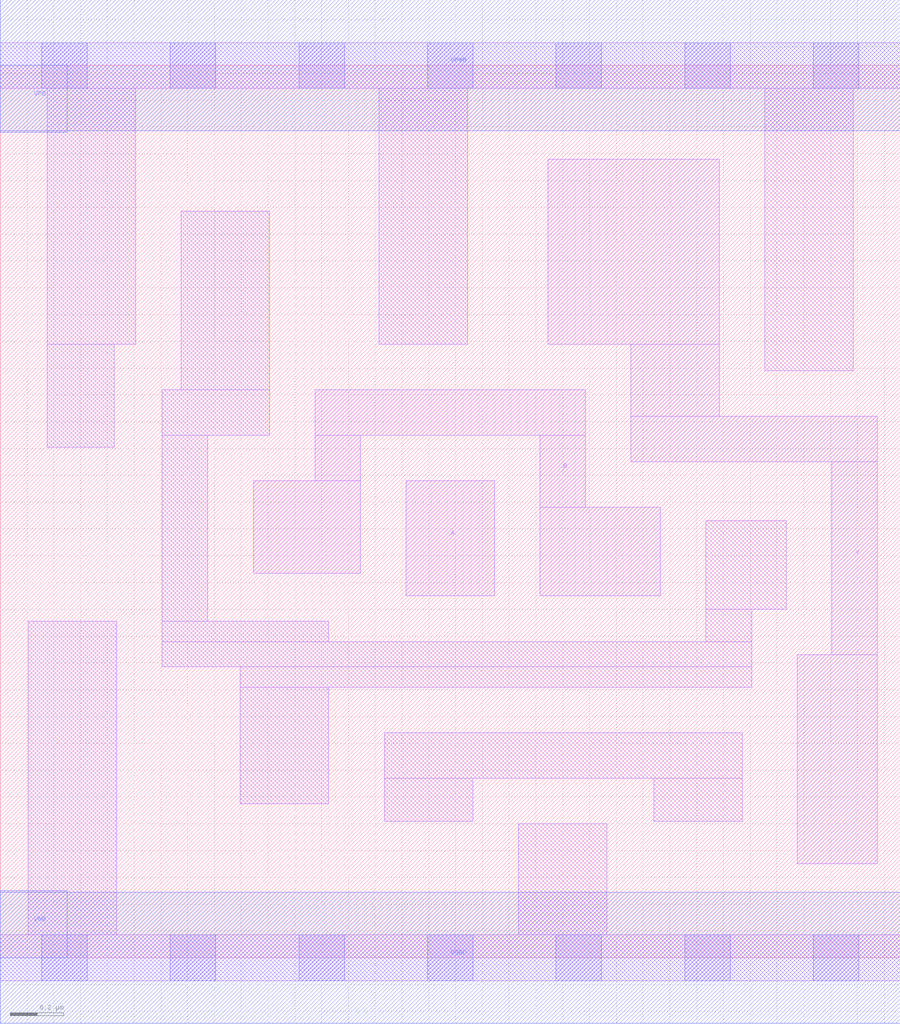
<source format=lef>
# Copyright 2020 The SkyWater PDK Authors
#
# Licensed under the Apache License, Version 2.0 (the "License");
# you may not use this file except in compliance with the License.
# You may obtain a copy of the License at
#
#     https://www.apache.org/licenses/LICENSE-2.0
#
# Unless required by applicable law or agreed to in writing, software
# distributed under the License is distributed on an "AS IS" BASIS,
# WITHOUT WARRANTIES OR CONDITIONS OF ANY KIND, either express or implied.
# See the License for the specific language governing permissions and
# limitations under the License.
#
# SPDX-License-Identifier: Apache-2.0

VERSION 5.5 ;
NAMESCASESENSITIVE ON ;
BUSBITCHARS "[]" ;
DIVIDERCHAR "/" ;
MACRO sky130_fd_sc_hs__xnor2_1
  CLASS CORE ;
  SOURCE USER ;
  ORIGIN  0.000000  0.000000 ;
  SIZE  3.360000 BY  3.330000 ;
  SYMMETRY X Y ;
  SITE unit ;
  PIN A
    ANTENNAGATEAREA  0.501000 ;
    DIRECTION INPUT ;
    USE SIGNAL ;
    PORT
      LAYER li1 ;
        RECT 1.515000 1.350000 1.845000 1.780000 ;
    END
  END A
  PIN B
    ANTENNAGATEAREA  0.501000 ;
    DIRECTION INPUT ;
    USE SIGNAL ;
    PORT
      LAYER li1 ;
        RECT 0.945000 1.435000 1.345000 1.780000 ;
        RECT 1.175000 1.780000 1.345000 1.950000 ;
        RECT 1.175000 1.950000 2.185000 2.120000 ;
        RECT 2.015000 1.350000 2.465000 1.680000 ;
        RECT 2.015000 1.680000 2.185000 1.950000 ;
    END
  END B
  PIN Y
    ANTENNADIFFAREA  0.699800 ;
    DIRECTION OUTPUT ;
    USE SIGNAL ;
    PORT
      LAYER li1 ;
        RECT 2.045000 2.290000 2.685000 2.980000 ;
        RECT 2.355000 1.850000 3.275000 2.020000 ;
        RECT 2.355000 2.020000 2.685000 2.290000 ;
        RECT 2.975000 0.350000 3.275000 1.130000 ;
        RECT 3.105000 1.130000 3.275000 1.850000 ;
    END
  END Y
  PIN VGND
    DIRECTION INOUT ;
    USE GROUND ;
    PORT
      LAYER met1 ;
        RECT 0.000000 -0.245000 3.360000 0.245000 ;
    END
  END VGND
  PIN VNB
    DIRECTION INOUT ;
    USE GROUND ;
    PORT
    END
  END VNB
  PIN VPB
    DIRECTION INOUT ;
    USE POWER ;
    PORT
    END
  END VPB
  PIN VNB
    DIRECTION INOUT ;
    USE GROUND ;
    PORT
      LAYER met1 ;
        RECT 0.000000 0.000000 0.250000 0.250000 ;
    END
  END VNB
  PIN VPB
    DIRECTION INOUT ;
    USE POWER ;
    PORT
      LAYER met1 ;
        RECT 0.000000 3.080000 0.250000 3.330000 ;
    END
  END VPB
  PIN VPWR
    DIRECTION INOUT ;
    USE POWER ;
    PORT
      LAYER met1 ;
        RECT 0.000000 3.085000 3.360000 3.575000 ;
    END
  END VPWR
  OBS
    LAYER li1 ;
      RECT 0.000000 -0.085000 3.360000 0.085000 ;
      RECT 0.000000  3.245000 3.360000 3.415000 ;
      RECT 0.105000  0.085000 0.435000 1.255000 ;
      RECT 0.175000  1.905000 0.425000 2.290000 ;
      RECT 0.175000  2.290000 0.505000 3.245000 ;
      RECT 0.605000  1.085000 2.805000 1.180000 ;
      RECT 0.605000  1.180000 1.225000 1.255000 ;
      RECT 0.605000  1.255000 0.775000 1.950000 ;
      RECT 0.605000  1.950000 1.005000 2.120000 ;
      RECT 0.675000  2.120000 1.005000 2.785000 ;
      RECT 0.895000  0.575000 1.225000 1.010000 ;
      RECT 0.895000  1.010000 2.805000 1.085000 ;
      RECT 1.415000  2.290000 1.745000 3.245000 ;
      RECT 1.435000  0.510000 1.765000 0.670000 ;
      RECT 1.435000  0.670000 2.770000 0.840000 ;
      RECT 1.935000  0.085000 2.265000 0.500000 ;
      RECT 2.440000  0.510000 2.770000 0.670000 ;
      RECT 2.635000  1.180000 2.805000 1.300000 ;
      RECT 2.635000  1.300000 2.935000 1.630000 ;
      RECT 2.855000  2.190000 3.185000 3.245000 ;
    LAYER mcon ;
      RECT 0.155000 -0.085000 0.325000 0.085000 ;
      RECT 0.155000  3.245000 0.325000 3.415000 ;
      RECT 0.635000 -0.085000 0.805000 0.085000 ;
      RECT 0.635000  3.245000 0.805000 3.415000 ;
      RECT 1.115000 -0.085000 1.285000 0.085000 ;
      RECT 1.115000  3.245000 1.285000 3.415000 ;
      RECT 1.595000 -0.085000 1.765000 0.085000 ;
      RECT 1.595000  3.245000 1.765000 3.415000 ;
      RECT 2.075000 -0.085000 2.245000 0.085000 ;
      RECT 2.075000  3.245000 2.245000 3.415000 ;
      RECT 2.555000 -0.085000 2.725000 0.085000 ;
      RECT 2.555000  3.245000 2.725000 3.415000 ;
      RECT 3.035000 -0.085000 3.205000 0.085000 ;
      RECT 3.035000  3.245000 3.205000 3.415000 ;
  END
END sky130_fd_sc_hs__xnor2_1
END LIBRARY

</source>
